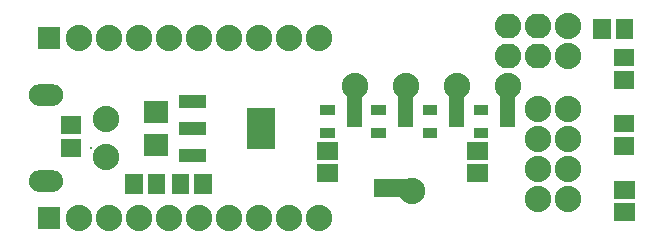
<source format=gbr>
G04 DipTrace 2.4.0.2*
%INTopMask.gbr*%
%MOIN*%
%ADD39O,0.088X0.083*%
%ADD41C,0.008*%
%ADD43R,0.078X0.078*%
%ADD45C,0.088*%
%ADD47C,0.088*%
%ADD49R,0.0493X0.0336*%
%FSLAX44Y44*%
G04*
G70*
G90*
G75*
G01*
%LNTopMask*%
%LPD*%
G36*
X13793Y8422D2*
Y8758D1*
X14287D1*
Y8422D1*
X13793D1*
G37*
G36*
Y7674D2*
Y8010D1*
X14287D1*
Y7674D1*
X13793D1*
G37*
G36*
X14699Y8048D2*
Y8384D1*
X15192D1*
Y8048D1*
X14699D1*
G37*
G36*
X15493Y8422D2*
Y8758D1*
X15987D1*
Y8422D1*
X15493D1*
G37*
G36*
Y7674D2*
Y8010D1*
X15987D1*
Y7674D1*
X15493D1*
G37*
G36*
X16399Y8048D2*
Y8384D1*
X16892D1*
Y8048D1*
X16399D1*
G37*
D49*
X17440Y8590D3*
Y7842D3*
X18346Y8216D3*
X19140Y8590D3*
Y7842D3*
X20046Y8216D3*
D47*
X14940Y9390D3*
X16640D3*
X18340D3*
X20040D3*
D45*
X22040Y5640D3*
X21040D3*
X22040Y6640D3*
X21040D3*
X22040Y7640D3*
X21040D3*
X22040Y8640D3*
X21040D3*
D43*
X4740Y10990D3*
D45*
X5740D3*
X6740D3*
X7740D3*
X8740D3*
X9740D3*
X10740D3*
X11740D3*
X12740D3*
X13740D3*
D43*
X4740Y4990D3*
D45*
X5740D3*
X6740D3*
X7740D3*
X8740D3*
X9740D3*
X10740D3*
X11740D3*
X12740D3*
X13740D3*
X6642Y8290D3*
D41*
X6169Y7345D3*
D45*
X6642Y7030D3*
G36*
X4452Y9472D2*
X4294Y9435D1*
X4163Y9331D1*
X4090Y9181D1*
Y9013D1*
X4163Y8863D1*
X4294Y8759D1*
X4452Y8722D1*
X4855D1*
X5013Y8759D1*
X5144Y8863D1*
X5217Y9013D1*
Y9181D1*
X5144Y9331D1*
X5013Y9435D1*
X4855Y9472D1*
X4452D1*
G37*
G36*
Y6598D2*
X4294Y6561D1*
X4163Y6457D1*
X4090Y6307D1*
Y6139D1*
X4163Y5989D1*
X4294Y5885D1*
X4452Y5848D1*
X4855D1*
X5013Y5885D1*
X5144Y5989D1*
X5217Y6139D1*
Y6307D1*
X5144Y6457D1*
X5013Y6561D1*
X4855Y6598D1*
X4452D1*
G37*
G36*
X8725Y7074D2*
X7937D1*
Y7784D1*
X8725D1*
Y7074D1*
G37*
G36*
Y8177D2*
X7937D1*
Y8887D1*
X8725D1*
Y8177D1*
G37*
D39*
X20040Y10390D3*
Y11390D3*
X21040Y10390D3*
Y11390D3*
D47*
X22040D3*
D45*
Y10390D3*
G36*
X24275Y4894D2*
X23605D1*
Y5486D1*
X24275D1*
Y4894D1*
G37*
G36*
Y5642D2*
X23605D1*
Y6234D1*
X24275D1*
Y5642D1*
G37*
G36*
X9075Y8659D2*
Y9113D1*
X10001D1*
Y8659D1*
X9075D1*
G37*
G36*
Y7753D2*
Y8207D1*
X10001D1*
Y7753D1*
X9075D1*
G37*
G36*
Y6847D2*
Y7301D1*
X10001D1*
Y6847D1*
X9075D1*
G37*
G36*
X11359Y7300D2*
Y8660D1*
X12285D1*
Y7300D1*
X11359D1*
G37*
G36*
X24236Y11625D2*
Y10955D1*
X23644D1*
Y11625D1*
X24236D1*
G37*
G36*
X23488D2*
Y10955D1*
X22896D1*
Y11625D1*
X23488D1*
G37*
D47*
X16840Y5890D3*
G36*
X8844Y5805D2*
Y6475D1*
X9436D1*
Y5805D1*
X8844D1*
G37*
G36*
X9592D2*
Y6475D1*
X10184D1*
Y5805D1*
X9592D1*
G37*
G36*
X5155Y8386D2*
X5825D1*
Y7794D1*
X5155D1*
Y8386D1*
G37*
G36*
Y7638D2*
X5825D1*
Y7046D1*
X5155D1*
Y7638D1*
G37*
G36*
X19375Y6194D2*
X18705D1*
Y6786D1*
X19375D1*
Y6194D1*
G37*
G36*
Y6942D2*
X18705D1*
Y7534D1*
X19375D1*
Y6942D1*
G37*
G36*
X14375Y6194D2*
X13705D1*
Y6786D1*
X14375D1*
Y6194D1*
G37*
G36*
Y6942D2*
X13705D1*
Y7534D1*
X14375D1*
Y6942D1*
G37*
G36*
X8636Y6475D2*
Y5805D1*
X8044D1*
Y6475D1*
X8636D1*
G37*
G36*
X7888D2*
Y5805D1*
X7296D1*
Y6475D1*
X7888D1*
G37*
G36*
X24270Y9299D2*
X23600D1*
Y9891D1*
X24270D1*
Y9299D1*
G37*
G36*
Y10047D2*
X23600D1*
Y10639D1*
X24270D1*
Y10047D1*
G37*
G36*
Y7099D2*
X23600D1*
Y7691D1*
X24270D1*
Y7099D1*
G37*
G36*
Y7847D2*
X23600D1*
Y8439D1*
X24270D1*
Y7847D1*
G37*
G36*
X14690Y9040D2*
X15190D1*
Y8040D1*
X14690D1*
Y9040D1*
G37*
G36*
X16390D2*
X16890D1*
Y8040D1*
X16390D1*
Y9040D1*
G37*
G36*
X18090D2*
X18590D1*
Y8040D1*
X18090D1*
Y9040D1*
G37*
G36*
X19790D2*
X20290D1*
Y8040D1*
X19790D1*
Y9040D1*
G37*
G36*
X15590Y6290D2*
X16640D1*
Y5690D1*
X15590D1*
Y6290D1*
G37*
M02*

</source>
